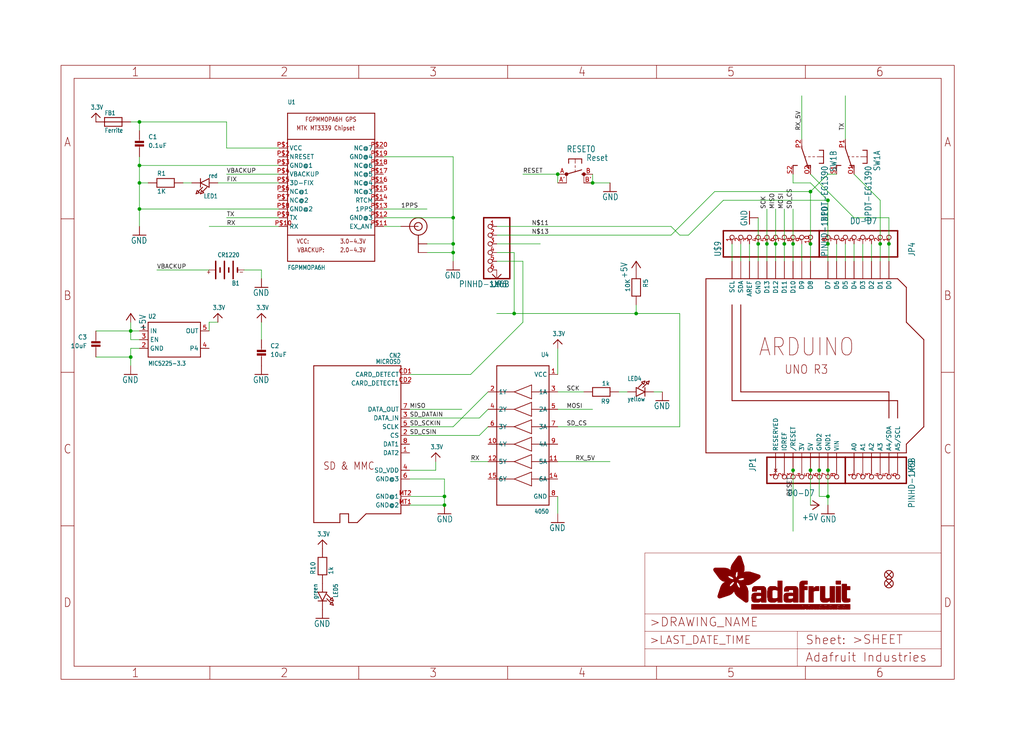
<source format=kicad_sch>
(kicad_sch (version 20211123) (generator eeschema)
  (paper "User" 298.45 217.881)
  (lib_symbols
    (symbol "schematicEagle-eagle-import:+5V" (power)
      (property "Value" "+5V" (at -2.54 -5.08 90))
      (symbol "+5V_1_0"
        (pin power_in line (at 0 -2.54 90) (length 2.54) (name "+5V") (number "1"))
      )
    )
    (symbol "schematicEagle-eagle-import:3.3V" (power)
      (property "Value" "3.3V" (at -1.524 3.556 0))
      (symbol "3.3V_1_0"
        (pin power_in line (at 0 0 90) (length 2.54) (name "3.3V") (number "1"))
      )
    )
    (symbol "schematicEagle-eagle-import:74HC4050D"
      (property "Reference" "U" (at -7.62 22.86 0))
      (property "Value" "74HC4050D" (at -7.62 -22.86 0))
      (symbol "74HC4050D_1_0"
        (pin bidirectional line (at -10.16 17.78 0) (length 2.54) (name "VCC") (number "1"))
        (pin bidirectional line (at 10.16 -2.54 180) (length 2.54) (name "4Y") (number "10"))
        (pin bidirectional line (at -10.16 -7.62 0) (length 2.54) (name "5A") (number "11"))
        (pin bidirectional line (at 10.16 -7.62 180) (length 2.54) (name "5Y") (number "12"))
        (pin bidirectional line (at -10.16 -12.7 0) (length 2.54) (name "6A") (number "14"))
        (pin bidirectional line (at 10.16 -12.7 180) (length 2.54) (name "6Y") (number "15"))
        (pin bidirectional line (at 10.16 12.7 180) (length 2.54) (name "1Y") (number "2"))
        (pin bidirectional line (at -10.16 12.7 0) (length 2.54) (name "1A") (number "3"))
        (pin bidirectional line (at 10.16 7.62 180) (length 2.54) (name "2Y") (number "4"))
        (pin bidirectional line (at -10.16 7.62 0) (length 2.54) (name "2A") (number "5"))
        (pin bidirectional line (at 10.16 2.54 180) (length 2.54) (name "3Y") (number "6"))
        (pin bidirectional line (at -10.16 2.54 0) (length 2.54) (name "3A") (number "7"))
        (pin bidirectional line (at -10.16 -17.78 0) (length 2.54) (name "GND") (number "8"))
        (pin bidirectional line (at -10.16 -2.54 0) (length 2.54) (name "4A") (number "9"))
      )
    )
    (symbol "schematicEagle-eagle-import:ARDUINOR3-DIMENSION"
      (symbol "ARDUINOR3-DIMENSION_1_0"
        (text "ARDUINO" (at -17.78 2.54 0) (effects (font (size 5.08 4.318)) (justify left bottom)))
        (text "UNO R3" (at -10.16 -2.54 0) (effects (font (size 2.54 2.159)) (justify left bottom)))
        (pin power_in line (at -5.08 -30.48 90) (length 5.08) (name "3V") (number "3V"))
        (pin power_in line (at -2.54 -30.48 90) (length 5.08) (name "5V") (number "5V"))
        (pin bidirectional line (at 10.16 -30.48 90) (length 5.08) (name "A0") (number "A0"))
        (pin bidirectional line (at 12.7 -30.48 90) (length 5.08) (name "A1") (number "A1"))
        (pin bidirectional line (at 15.24 -30.48 90) (length 5.08) (name "A2") (number "A2"))
        (pin bidirectional line (at 17.78 -30.48 90) (length 5.08) (name "A3") (number "A3"))
        (pin bidirectional line (at 20.32 -30.48 90) (length 5.08) (name "A4/SDA") (number "A4"))
        (pin bidirectional line (at 22.86 -30.48 90) (length 5.08) (name "A5/SCL") (number "A5"))
        (pin bidirectional line (at -20.32 30.48 270) (length 5.08) (name "AREF") (number "AREF"))
        (pin bidirectional line (at 20.32 30.48 270) (length 5.08) (name "D0") (number "D0"))
        (pin bidirectional line (at 17.78 30.48 270) (length 5.08) (name "D1") (number "D1"))
        (pin bidirectional line (at -7.62 30.48 270) (length 5.08) (name "D10") (number "D10"))
        (pin bidirectional line (at -10.16 30.48 270) (length 5.08) (name "D11") (number "D11"))
        (pin bidirectional line (at -12.7 30.48 270) (length 5.08) (name "D12") (number "D12"))
        (pin bidirectional line (at -15.24 30.48 270) (length 5.08) (name "D13") (number "D13"))
        (pin bidirectional line (at 15.24 30.48 270) (length 5.08) (name "D2") (number "D2"))
        (pin bidirectional line (at 12.7 30.48 270) (length 5.08) (name "D3") (number "D3"))
        (pin bidirectional line (at 10.16 30.48 270) (length 5.08) (name "D4") (number "D4"))
        (pin bidirectional line (at 7.62 30.48 270) (length 5.08) (name "D5") (number "D5"))
        (pin bidirectional line (at 5.08 30.48 270) (length 5.08) (name "D6") (number "D6"))
        (pin bidirectional line (at 2.54 30.48 270) (length 5.08) (name "D7") (number "D7"))
        (pin bidirectional line (at -2.54 30.48 270) (length 5.08) (name "D8") (number "D8"))
        (pin bidirectional line (at -5.08 30.48 270) (length 5.08) (name "D9") (number "D9"))
        (pin power_in line (at -17.78 30.48 270) (length 5.08) (name "GND") (number "GND"))
        (pin power_in line (at 2.54 -30.48 90) (length 5.08) (name "GND1") (number "GND1"))
        (pin power_in line (at 0 -30.48 90) (length 5.08) (name "GND2") (number "GND2"))
        (pin output line (at -10.16 -30.48 90) (length 5.08) (name "IOREF") (number "IOREF"))
        (pin no_connect line (at -12.7 -30.48 90) (length 5.08) (name "RESERVED") (number "RESERVED"))
        (pin bidirectional line (at -7.62 -30.48 90) (length 5.08) (name "/RESET") (number "RESET"))
        (pin bidirectional line (at -25.4 30.48 270) (length 5.08) (name "SCL") (number "SCL"))
        (pin bidirectional line (at -22.86 30.48 270) (length 5.08) (name "SDA") (number "SDA"))
        (pin power_in line (at 5.08 -30.48 90) (length 5.08) (name "VIN") (number "VIN"))
      )
    )
    (symbol "schematicEagle-eagle-import:BATTERYCR1220_SMT"
      (property "Reference" "B" (at -3.81 3.175 0))
      (property "Value" "BATTERYCR1220_SMT" (at -3.81 -5.08 0))
      (symbol "BATTERYCR1220_SMT_1_0"
        (text "+" (at 4.445 1.27 0) (effects (font (size 1.27 1.0795)) (justify left bottom)))
        (text "-" (at -5.08 1.27 0) (effects (font (size 1.27 1.0795)) (justify left bottom)))
        (pin passive line (at 5.08 0 180) (length 0) (name "+") (number "+$1"))
        (pin passive line (at -5.08 0 0) (length 0) (name "-") (number "-"))
      )
    )
    (symbol "schematicEagle-eagle-import:CAP_CERAMIC0805"
      (property "Reference" "C" (at 2.54 2.54 0))
      (property "Value" "CAP_CERAMIC0805" (at 2.54 0 0))
      (symbol "CAP_CERAMIC0805_1_0"
        (pin passive line (at 0 5.08 270) (length 2.54) (name "P$1") (number "1"))
        (pin passive line (at 0 -2.54 90) (length 2.54) (name "P$2") (number "2"))
      )
    )
    (symbol "schematicEagle-eagle-import:DPDT-EG1390"
      (property "Reference" "SW" (at -8.255 -1.905 90))
      (property "Value" "DPDT-EG1390" (at -5.715 2.54 90))
      (symbol "DPDT-EG1390_1_0"
        (pin passive line (at -2.54 5.08 270) (length 2.54) (name "O") (number "O1"))
        (pin passive line (at 0 -5.08 90) (length 2.54) (name "P") (number "P1"))
        (pin passive line (at 2.54 5.08 270) (length 2.54) (name "S") (number "S1"))
      )
      (symbol "DPDT-EG1390_2_0"
        (pin passive line (at -2.54 5.08 270) (length 2.54) (name "O") (number "O2"))
        (pin passive line (at 0 -5.08 90) (length 2.54) (name "P") (number "P2"))
        (pin passive line (at 2.54 5.08 270) (length 2.54) (name "S") (number "S2"))
      )
    )
    (symbol "schematicEagle-eagle-import:FERRITE0805"
      (property "Reference" "FB" (at -2.54 1.905 0))
      (property "Value" "FERRITE0805" (at -2.54 -3.175 0))
      (symbol "FERRITE0805_1_0"
        (pin bidirectional line (at -5.08 0 0) (length 2.54) (name "P$1") (number "1"))
        (pin bidirectional line (at 5.08 0 180) (length 2.54) (name "P$2") (number "2"))
      )
    )
    (symbol "schematicEagle-eagle-import:FIDUCIAL{dblquote}{dblquote}")
    (symbol "schematicEagle-eagle-import:FRAME_A4_ADAFRUIT"
      (symbol "FRAME_A4_ADAFRUIT_0_0"
        (text "1" (at 21.6958 1.905 0) (effects (font (size 2.54 2.286))))
        (text "1" (at 21.6958 177.165 0) (effects (font (size 2.54 2.286))))
        (text "2" (at 65.0875 1.905 0) (effects (font (size 2.54 2.286))))
        (text "2" (at 65.0875 177.165 0) (effects (font (size 2.54 2.286))))
        (text "3" (at 108.4792 1.905 0) (effects (font (size 2.54 2.286))))
        (text "3" (at 108.4792 177.165 0) (effects (font (size 2.54 2.286))))
        (text "4" (at 151.8708 1.905 0) (effects (font (size 2.54 2.286))))
        (text "4" (at 151.8708 177.165 0) (effects (font (size 2.54 2.286))))
        (text "5" (at 195.2625 1.905 0) (effects (font (size 2.54 2.286))))
        (text "5" (at 195.2625 177.165 0) (effects (font (size 2.54 2.286))))
        (text "6" (at 238.6542 1.905 0) (effects (font (size 2.54 2.286))))
        (text "6" (at 238.6542 177.165 0) (effects (font (size 2.54 2.286))))
        (text "A" (at 1.905 156.6863 0) (effects (font (size 2.54 2.286))))
        (text "A" (at 258.445 156.6863 0) (effects (font (size 2.54 2.286))))
        (text "B" (at 1.905 111.9188 0) (effects (font (size 2.54 2.286))))
        (text "B" (at 258.445 111.9188 0) (effects (font (size 2.54 2.286))))
        (text "C" (at 1.905 67.1513 0) (effects (font (size 2.54 2.286))))
        (text "C" (at 258.445 67.1513 0) (effects (font (size 2.54 2.286))))
        (text "D" (at 1.905 22.3838 0) (effects (font (size 2.54 2.286))))
        (text "D" (at 258.445 22.3838 0) (effects (font (size 2.54 2.286))))
      )
      (symbol "FRAME_A4_ADAFRUIT_1_0"
        (text ">DRAWING_NAME" (at 171.45 15.24 0) (effects (font (size 2.54 2.54)) (justify left bottom)))
        (text ">LAST_DATE_TIME" (at 171.45 10.16 0) (effects (font (size 2.286 2.286)) (justify left bottom)))
        (text ">SHEET" (at 230.505 10.16 0) (effects (font (size 2.54 2.54)) (justify left bottom)))
        (text "Adafruit Industries" (at 216.916 4.953 0) (effects (font (size 2.54 2.54)) (justify left bottom)))
        (text "Sheet:" (at 216.916 10.033 0) (effects (font (size 2.54 2.54)) (justify left bottom)))
      )
    )
    (symbol "schematicEagle-eagle-import:GND" (power)
      (property "Value" "GND" (at -2.54 -2.54 0))
      (symbol "GND_1_0"
        (pin power_in line (at 0 2.54 270) (length 2.54) (name "GND") (number "1"))
      )
    )
    (symbol "schematicEagle-eagle-import:GPS_FGPMMOPA6H"
      (property "Reference" "U" (at -12.7 22.86 0))
      (property "Value" "GPS_FGPMMOPA6H" (at -12.7 -25.4 0))
      (symbol "GPS_FGPMMOPA6H_1_0"
        (text "2.0-4.3V" (at 2.54 -20.32 0) (effects (font (size 1.27 1.0795)) (justify left bottom)))
        (text "3.0-4.3V" (at 2.54 -17.78 0) (effects (font (size 1.27 1.0795)) (justify left bottom)))
        (text "FGPMMOPA6H GPS" (at -7.62 17.78 0) (effects (font (size 1.27 1.0795)) (justify left bottom)))
        (text "MTK MT3339 Chipset" (at -10.16 15.24 0) (effects (font (size 1.27 1.0795)) (justify left bottom)))
        (text "VBACKUP:" (at -9.906 -20.32 0) (effects (font (size 1.27 1.0795)) (justify left bottom)))
        (text "VCC:" (at -10.16 -17.78 0) (effects (font (size 1.27 1.0795)) (justify left bottom)))
        (pin bidirectional line (at -15.24 10.16 0) (length 2.54) (name "VCC") (number "P$1"))
        (pin bidirectional line (at -15.24 -12.7 0) (length 2.54) (name "RX") (number "P$10"))
        (pin bidirectional line (at 15.24 -12.7 180) (length 2.54) (name "EX_ANT") (number "P$11"))
        (pin bidirectional line (at 15.24 -10.16 180) (length 2.54) (name "GND@3") (number "P$12"))
        (pin bidirectional line (at 15.24 -7.62 180) (length 2.54) (name "1PPS") (number "P$13"))
        (pin bidirectional line (at 15.24 -5.08 180) (length 2.54) (name "RTCM") (number "P$14"))
        (pin bidirectional line (at 15.24 -2.54 180) (length 2.54) (name "NC@3") (number "P$15"))
        (pin bidirectional line (at 15.24 0 180) (length 2.54) (name "NC@4") (number "P$16"))
        (pin bidirectional line (at 15.24 2.54 180) (length 2.54) (name "NC@5") (number "P$17"))
        (pin bidirectional line (at 15.24 5.08 180) (length 2.54) (name "NC@6") (number "P$18"))
        (pin bidirectional line (at 15.24 7.62 180) (length 2.54) (name "GND@4") (number "P$19"))
        (pin bidirectional line (at -15.24 7.62 0) (length 2.54) (name "NRESET") (number "P$2"))
        (pin bidirectional line (at 15.24 10.16 180) (length 2.54) (name "NC@7") (number "P$20"))
        (pin bidirectional line (at -15.24 5.08 0) (length 2.54) (name "GND@1") (number "P$3"))
        (pin bidirectional line (at -15.24 2.54 0) (length 2.54) (name "VBACKUP") (number "P$4"))
        (pin bidirectional line (at -15.24 0 0) (length 2.54) (name "3D-FIX") (number "P$5"))
        (pin bidirectional line (at -15.24 -2.54 0) (length 2.54) (name "NC@1") (number "P$6"))
        (pin bidirectional line (at -15.24 -5.08 0) (length 2.54) (name "NC@2") (number "P$7"))
        (pin bidirectional line (at -15.24 -7.62 0) (length 2.54) (name "GND@2") (number "P$8"))
        (pin bidirectional line (at -15.24 -10.16 0) (length 2.54) (name "TX") (number "P$9"))
      )
    )
    (symbol "schematicEagle-eagle-import:LED0805"
      (property "Reference" "LED" (at -5.08 3.175 0))
      (property "Value" "LED0805" (at -5.08 -2.794 0))
      (symbol "LED0805_1_0"
        (pin passive line (at -5.08 0 0) (length 2.54) (name "A") (number "A"))
        (pin passive line (at 2.54 0 180) (length 2.54) (name "C") (number "C"))
      )
    )
    (symbol "schematicEagle-eagle-import:MICROSD"
      (property "Reference" "CN" (at -12.7 22.606 0))
      (property "Value" "MICROSD" (at -12.7 20.828 0))
      (symbol "MICROSD_1_0"
        (text "SD & MMC" (at -5.08 -10.16 0) (effects (font (size 2.1844 1.8567)) (justify left bottom)))
        (pin bidirectional line (at -15.24 -5.08 0) (length 2.54) (name "DAT2") (number "1"))
        (pin input line (at -15.24 0 0) (length 2.54) (name "CS") (number "2"))
        (pin input line (at -15.24 5.08 0) (length 2.54) (name "DATA_IN") (number "3"))
        (pin power_in line (at -15.24 -10.16 0) (length 2.54) (name "SD_VDD") (number "4"))
        (pin input line (at -15.24 2.54 0) (length 2.54) (name "SCLK") (number "5"))
        (pin power_in line (at -15.24 -12.7 0) (length 2.54) (name "GND@3") (number "6"))
        (pin output line (at -15.24 7.62 0) (length 2.54) (name "DATA_OUT") (number "7"))
        (pin bidirectional line (at -15.24 -2.54 0) (length 2.54) (name "DAT1") (number "8"))
        (pin passive line (at -15.24 17.78 0) (length 2.54) (name "CARD_DETECT") (number "CD1"))
        (pin passive line (at -15.24 15.24 0) (length 2.54) (name "CARD_DETECT1") (number "CD2"))
        (pin power_in line (at -15.24 -20.32 0) (length 2.54) (name "GND@2") (number "MT1"))
        (pin power_in line (at -15.24 -17.78 0) (length 2.54) (name "GND@1") (number "MT2"))
      )
    )
    (symbol "schematicEagle-eagle-import:PINHD-1X10"
      (property "Value" "PINHD-1X10" (at -6.35 -17.78 0))
      (symbol "PINHD-1X10_1_0"
        (pin passive inverted (at -2.54 10.16 0) (length 2.54) (name "1") (number "1"))
        (pin passive inverted (at -2.54 -12.7 0) (length 2.54) (name "10") (number "10"))
        (pin passive inverted (at -2.54 7.62 0) (length 2.54) (name "2") (number "2"))
        (pin passive inverted (at -2.54 5.08 0) (length 2.54) (name "3") (number "3"))
        (pin passive inverted (at -2.54 2.54 0) (length 2.54) (name "4") (number "4"))
        (pin passive inverted (at -2.54 0 0) (length 2.54) (name "5") (number "5"))
        (pin passive inverted (at -2.54 -2.54 0) (length 2.54) (name "6") (number "6"))
        (pin passive inverted (at -2.54 -5.08 0) (length 2.54) (name "7") (number "7"))
        (pin passive inverted (at -2.54 -7.62 0) (length 2.54) (name "8") (number "8"))
        (pin passive inverted (at -2.54 -10.16 0) (length 2.54) (name "9") (number "9"))
      )
    )
    (symbol "schematicEagle-eagle-import:PINHD-1X6B"
      (property "Reference" "JP" (at -6.35 10.795 0))
      (property "Value" "PINHD-1X6B" (at -6.35 -10.16 0))
      (symbol "PINHD-1X6B_1_0"
        (pin passive inverted (at -2.54 7.62 0) (length 2.54) (name "1") (number "1"))
        (pin passive inverted (at -2.54 5.08 0) (length 2.54) (name "2") (number "2"))
        (pin passive inverted (at -2.54 2.54 0) (length 2.54) (name "3") (number "3"))
        (pin passive inverted (at -2.54 0 0) (length 2.54) (name "4") (number "4"))
        (pin passive inverted (at -2.54 -2.54 0) (length 2.54) (name "5") (number "5"))
        (pin passive inverted (at -2.54 -5.08 0) (length 2.54) (name "6") (number "6"))
      )
    )
    (symbol "schematicEagle-eagle-import:PINHD-1X8BIG"
      (property "Reference" "JP" (at -6.35 10.795 0))
      (property "Value" "PINHD-1X8BIG" (at -6.35 -15.24 0))
      (symbol "PINHD-1X8BIG_1_0"
        (pin passive inverted (at -2.54 7.62 0) (length 2.54) (name "1") (number "1"))
        (pin passive inverted (at -2.54 5.08 0) (length 2.54) (name "2") (number "2"))
        (pin passive inverted (at -2.54 2.54 0) (length 2.54) (name "3") (number "3"))
        (pin passive inverted (at -2.54 0 0) (length 2.54) (name "4") (number "4"))
        (pin passive inverted (at -2.54 -2.54 0) (length 2.54) (name "5") (number "5"))
        (pin passive inverted (at -2.54 -5.08 0) (length 2.54) (name "6") (number "6"))
        (pin passive inverted (at -2.54 -7.62 0) (length 2.54) (name "7") (number "7"))
        (pin passive inverted (at -2.54 -10.16 0) (length 2.54) (name "8") (number "8"))
      )
    )
    (symbol "schematicEagle-eagle-import:RESISTOR0805"
      (property "Reference" "R" (at -2.54 2.032 0))
      (property "Value" "RESISTOR0805" (at -2.54 -3.175 0))
      (symbol "RESISTOR0805_1_0"
        (pin passive line (at -5.08 0 0) (length 2.54) (name "1") (number "1"))
        (pin passive line (at 5.08 0 180) (length 2.54) (name "2") (number "2"))
      )
    )
    (symbol "schematicEagle-eagle-import:SPST_TACT-EVQQ2"
      (property "Reference" "SW" (at -6.35 -2.54 90))
      (property "Value" "SPST_TACT-EVQQ2" (at -3.81 3.175 90))
      (symbol "SPST_TACT-EVQQ2_1_0"
        (pin passive line (at 0 -5.08 90) (length 2.54) (name "P") (number "A"))
        (pin passive line (at 2.54 -5.08 90) (length 2.54) (name "P1") (number "A'"))
        (pin passive line (at 0 5.08 270) (length 2.54) (name "S") (number "B"))
        (pin passive line (at 2.54 5.08 270) (length 2.54) (name "S1") (number "B'"))
      )
    )
    (symbol "schematicEagle-eagle-import:U.FL"
      (symbol "U.FL_1_0"
        (pin bidirectional line (at -2.54 -5.08 0) (length 2.54) (name "GND@0") (number "P$1"))
        (pin bidirectional line (at -2.54 -7.62 0) (length 2.54) (name "GND@1") (number "P$2"))
        (pin bidirectional line (at 5.08 0 180) (length 5.08) (name "SIGNAL") (number "P$3"))
      )
    )
    (symbol "schematicEagle-eagle-import:VREG_SOT23-5"
      (property "Reference" "U" (at -7.62 6.096 0))
      (property "Value" "VREG_SOT23-5" (at -7.62 -7.62 0))
      (symbol "VREG_SOT23-5_1_0"
        (pin bidirectional line (at -10.16 2.54 0) (length 2.54) (name "IN") (number "1"))
        (pin bidirectional line (at -10.16 -2.54 0) (length 2.54) (name "GND") (number "2"))
        (pin bidirectional line (at -10.16 0 0) (length 2.54) (name "EN") (number "3"))
        (pin bidirectional line (at 10.16 -2.54 180) (length 2.54) (name "P4") (number "4"))
        (pin bidirectional line (at 10.16 2.54 180) (length 2.54) (name "OUT") (number "5"))
      )
    )
  )
  (junction (at 40.64 53.34))
  (junction (at 238.76 137.16))
  (junction (at 38.1 96.52))
  (junction (at 162.56 50.8))
  (junction (at 132.08 71.12))
  (junction (at 40.64 35.56))
  (junction (at 185.42 91.44))
  (junction (at 241.3 137.16))
  (junction (at 40.64 48.26))
  (junction (at 241.3 144.78))
  (junction (at 149.86 91.44))
  (junction (at 220.98 71.12))
  (junction (at 129.54 147.32))
  (junction (at 231.14 71.12))
  (junction (at 223.52 71.12))
  (junction (at 132.08 63.5))
  (junction (at 40.64 60.96))
  (junction (at 129.54 144.78))
  (junction (at 226.06 71.12))
  (junction (at 241.3 58.42))
  (junction (at 132.08 73.66))
  (junction (at 38.1 104.14))
  (junction (at 231.14 137.16))
  (junction (at 228.6 71.12))
  (junction (at 259.08 71.12))
  (junction (at 236.22 55.88))
  (junction (at 256.54 71.12))
  (junction (at 172.72 53.34))
  (junction (at 236.22 71.12))
  (junction (at 241.3 71.12))
  (junction (at 236.22 137.16))
  (wire (pts (xy 198.12 91.44) (xy 185.42 91.44)))
  (wire (pts (xy 220.98 71.12) (xy 220.98 63.5)))
  (wire (pts (xy 60.96 78.74) (xy 45.72 78.74)))
  (wire (pts (xy 111.76 45.72) (xy 132.08 45.72)))
  (wire (pts (xy 60.96 93.98) (xy 63.5 93.98)))
  (wire (pts (xy 124.46 71.12) (xy 132.08 71.12)))
  (wire (pts (xy 152.4 50.8) (xy 162.56 50.8)))
  (wire (pts (xy 132.08 73.66) (xy 132.08 76.2)))
  (wire (pts (xy 149.86 73.66) (xy 144.78 73.66)))
  (wire (pts (xy 119.38 147.32) (xy 129.54 147.32)))
  (wire (pts (xy 162.56 149.86) (xy 162.56 144.78)))
  (wire (pts (xy 149.86 73.66) (xy 149.86 91.44)))
  (wire (pts (xy 210.82 58.42) (xy 241.3 58.42)))
  (wire (pts (xy 38.1 96.52) (xy 38.1 93.98)))
  (wire (pts (xy 185.42 91.44) (xy 149.86 91.44)))
  (wire (pts (xy 129.54 147.32) (xy 129.54 144.78)))
  (wire (pts (xy 233.68 40.64) (xy 233.68 27.94)))
  (wire (pts (xy 132.08 124.46) (xy 119.38 124.46)))
  (wire (pts (xy 231.14 71.12) (xy 231.14 76.2)))
  (wire (pts (xy 40.64 96.52) (xy 38.1 96.52)))
  (wire (pts (xy 195.58 68.58) (xy 208.28 55.88)))
  (wire (pts (xy 111.76 63.5) (xy 132.08 63.5)))
  (wire (pts (xy 256.54 58.42) (xy 256.54 71.12)))
  (wire (pts (xy 162.56 101.6) (xy 162.56 109.22)))
  (wire (pts (xy 236.22 55.88) (xy 236.22 71.12)))
  (wire (pts (xy 149.86 91.44) (xy 144.78 91.44)))
  (wire (pts (xy 241.3 71.12) (xy 241.3 76.2)))
  (wire (pts (xy 132.08 45.72) (xy 132.08 63.5)))
  (wire (pts (xy 226.06 71.12) (xy 226.06 76.2)))
  (wire (pts (xy 162.56 124.46) (xy 198.12 124.46)))
  (wire (pts (xy 195.58 66.04) (xy 198.12 68.58)))
  (wire (pts (xy 200.66 68.58) (xy 210.82 58.42)))
  (wire (pts (xy 256.54 71.12) (xy 256.54 76.2)))
  (wire (pts (xy 198.12 68.58) (xy 200.66 68.58)))
  (wire (pts (xy 38.1 96.52) (xy 27.94 96.52)))
  (wire (pts (xy 236.22 53.34) (xy 241.3 58.42)))
  (wire (pts (xy 223.52 71.12) (xy 223.52 60.96)))
  (wire (pts (xy 40.64 38.1) (xy 40.64 35.56)))
  (wire (pts (xy 127 134.62) (xy 127 137.16)))
  (wire (pts (xy 71.12 78.74) (xy 76.2 78.74)))
  (wire (pts (xy 40.64 101.6) (xy 38.1 101.6)))
  (wire (pts (xy 259.08 63.5) (xy 259.08 71.12)))
  (wire (pts (xy 246.38 71.12) (xy 246.38 76.2)))
  (wire (pts (xy 40.64 53.34) (xy 40.64 60.96)))
  (wire (pts (xy 139.7 121.92) (xy 142.24 119.38)))
  (wire (pts (xy 246.38 40.64) (xy 246.38 27.94)))
  (wire (pts (xy 215.9 71.12) (xy 215.9 76.2)))
  (wire (pts (xy 248.92 63.5) (xy 259.08 63.5)))
  (wire (pts (xy 119.38 127) (xy 139.7 127)))
  (wire (pts (xy 236.22 50.8) (xy 248.92 63.5)))
  (wire (pts (xy 142.24 134.62) (xy 137.16 134.62)))
  (wire (pts (xy 119.38 121.92) (xy 139.7 121.92)))
  (wire (pts (xy 132.08 124.46) (xy 142.24 114.3)))
  (wire (pts (xy 119.38 109.22) (xy 137.16 109.22)))
  (wire (pts (xy 66.04 43.18) (xy 66.04 35.56)))
  (wire (pts (xy 144.78 76.2) (xy 152.4 76.2)))
  (wire (pts (xy 241.3 144.78) (xy 241.3 137.16)))
  (wire (pts (xy 40.64 99.06) (xy 38.1 99.06)))
  (wire (pts (xy 162.56 114.3) (xy 170.18 114.3)))
  (wire (pts (xy 213.36 71.12) (xy 213.36 76.2)))
  (wire (pts (xy 81.28 50.8) (xy 66.04 50.8)))
  (wire (pts (xy 124.46 73.66) (xy 132.08 73.66)))
  (wire (pts (xy 40.64 45.72) (xy 40.64 48.26)))
  (wire (pts (xy 248.92 71.12) (xy 248.92 76.2)))
  (wire (pts (xy 236.22 147.32) (xy 236.22 137.16)))
  (wire (pts (xy 243.84 71.12) (xy 243.84 76.2)))
  (wire (pts (xy 81.28 63.5) (xy 66.04 63.5)))
  (wire (pts (xy 127 137.16) (xy 119.38 137.16)))
  (wire (pts (xy 195.58 68.58) (xy 144.78 68.58)))
  (wire (pts (xy 144.78 71.12) (xy 157.48 71.12)))
  (wire (pts (xy 119.38 139.7) (xy 129.54 139.7)))
  (wire (pts (xy 55.88 53.34) (xy 53.34 53.34)))
  (wire (pts (xy 241.3 58.42) (xy 241.3 71.12)))
  (wire (pts (xy 152.4 93.98) (xy 152.4 76.2)))
  (wire (pts (xy 81.28 53.34) (xy 63.5 53.34)))
  (wire (pts (xy 81.28 48.26) (xy 40.64 48.26)))
  (wire (pts (xy 38.1 96.52) (xy 38.1 99.06)))
  (wire (pts (xy 254 71.12) (xy 254 76.2)))
  (wire (pts (xy 81.28 66.04) (xy 60.96 66.04)))
  (wire (pts (xy 172.72 50.8) (xy 172.72 53.34)))
  (wire (pts (xy 243.84 50.8) (xy 241.3 50.8)))
  (wire (pts (xy 43.18 53.34) (xy 40.64 53.34)))
  (wire (pts (xy 111.76 66.04) (xy 116.84 66.04)))
  (wire (pts (xy 238.76 144.78) (xy 241.3 144.78)))
  (wire (pts (xy 180.34 114.3) (xy 182.88 114.3)))
  (wire (pts (xy 236.22 71.12) (xy 236.22 76.2)))
  (wire (pts (xy 223.52 71.12) (xy 223.52 76.2)))
  (wire (pts (xy 231.14 71.12) (xy 231.14 60.96)))
  (wire (pts (xy 231.14 50.8) (xy 231.14 53.34)))
  (wire (pts (xy 259.08 71.12) (xy 259.08 76.2)))
  (wire (pts (xy 248.92 50.8) (xy 256.54 58.42)))
  (wire (pts (xy 40.64 35.56) (xy 66.04 35.56)))
  (wire (pts (xy 162.56 134.62) (xy 177.8 134.62)))
  (wire (pts (xy 226.06 60.96) (xy 226.06 71.12)))
  (wire (pts (xy 220.98 71.12) (xy 220.98 76.2)))
  (wire (pts (xy 38.1 104.14) (xy 38.1 106.68)))
  (wire (pts (xy 81.28 43.18) (xy 66.04 43.18)))
  (wire (pts (xy 228.6 60.96) (xy 228.6 71.12)))
  (wire (pts (xy 241.3 50.8) (xy 236.22 55.88)))
  (wire (pts (xy 111.76 60.96) (xy 124.46 60.96)))
  (wire (pts (xy 27.94 104.14) (xy 38.1 104.14)))
  (wire (pts (xy 132.08 63.5) (xy 132.08 71.12)))
  (wire (pts (xy 76.2 93.98) (xy 76.2 99.06)))
  (wire (pts (xy 198.12 124.46) (xy 198.12 91.44)))
  (wire (pts (xy 251.46 71.12) (xy 251.46 76.2)))
  (wire (pts (xy 190.5 114.3) (xy 193.04 114.3)))
  (wire (pts (xy 76.2 78.74) (xy 76.2 81.28)))
  (wire (pts (xy 241.3 144.78) (xy 241.3 147.32)))
  (wire (pts (xy 60.96 96.52) (xy 60.96 93.98)))
  (wire (pts (xy 129.54 144.78) (xy 119.38 144.78)))
  (wire (pts (xy 162.56 53.34) (xy 162.56 50.8)))
  (wire (pts (xy 218.44 71.12) (xy 218.44 76.2)))
  (wire (pts (xy 208.28 55.88) (xy 236.22 55.88)))
  (wire (pts (xy 238.76 144.78) (xy 238.76 137.16)))
  (wire (pts (xy 137.16 109.22) (xy 152.4 93.98)))
  (wire (pts (xy 40.64 60.96) (xy 40.64 66.04)))
  (wire (pts (xy 81.28 60.96) (xy 40.64 60.96)))
  (wire (pts (xy 119.38 119.38) (xy 134.62 119.38)))
  (wire (pts (xy 231.14 137.16) (xy 231.14 154.94)))
  (wire (pts (xy 129.54 139.7) (xy 129.54 144.78)))
  (wire (pts (xy 139.7 127) (xy 142.24 124.46)))
  (wire (pts (xy 162.56 119.38) (xy 172.72 119.38)))
  (wire (pts (xy 144.78 66.04) (xy 195.58 66.04)))
  (wire (pts (xy 231.14 53.34) (xy 236.22 53.34)))
  (wire (pts (xy 40.64 35.56) (xy 38.1 35.56)))
  (wire (pts (xy 40.64 48.26) (xy 40.64 53.34)))
  (wire (pts (xy 132.08 71.12) (xy 132.08 73.66)))
  (wire (pts (xy 185.42 88.9) (xy 185.42 91.44)))
  (wire (pts (xy 233.68 71.12) (xy 233.68 76.2)))
  (wire (pts (xy 38.1 101.6) (xy 38.1 104.14)))
  (wire (pts (xy 172.72 53.34) (xy 177.8 53.34)))
  (wire (pts (xy 228.6 71.12) (xy 228.6 76.2)))
  (label "RX" (at 66.04 66.04 0) (effects (font (size 1.2446 1.2446))))
  (label "N$11" (at 154.94 66.04 0) (effects (font (size 1.2446 1.2446))))
  (label "RX_5V" (at 233.68 38.1 90) (effects (font (size 1.2446 1.2446))))
  (label "MISO" (at 119.38 119.38 0) (effects (font (size 1.2446 1.2446))))
  (label "MOSI" (at 228.6 60.96 90) (effects (font (size 1.2446 1.2446))))
  (label "SCK" (at 223.52 60.96 90) (effects (font (size 1.2446 1.2446))))
  (label "VBACKUP" (at 45.72 78.74 0) (effects (font (size 1.2446 1.2446))))
  (label "SD_CS" (at 165.1 124.46 0) (effects (font (size 1.2446 1.2446))))
  (label "N$13" (at 154.94 68.58 0) (effects (font (size 1.2446 1.2446))))
  (label "SD_CS" (at 231.14 60.96 90) (effects (font (size 1.2446 1.2446))))
  (label "TX" (at 246.38 38.1 90) (effects (font (size 1.2446 1.2446))))
  (label "MOSI" (at 165.1 119.38 0) (effects (font (size 1.2446 1.2446))))
  (label "SD_DATAIN" (at 119.38 121.92 0) (effects (font (size 1.2446 1.2446))))
  (label "1PPS" (at 116.84 60.96 0) (effects (font (size 1.2446 1.2446))))
  (label "SCK" (at 165.1 114.3 0) (effects (font (size 1.2446 1.2446))))
  (label "RESET" (at 152.4 50.8 0) (effects (font (size 1.2446 1.2446))))
  (label "RESET" (at 231.14 144.78 90) (effects (font (size 1.2446 1.2446))))
  (label "SD_CSIN" (at 119.38 127 0) (effects (font (size 1.2446 1.2446))))
  (label "MISO" (at 226.06 60.96 90) (effects (font (size 1.2446 1.2446))))
  (label "RX_5V" (at 167.64 134.62 0) (effects (font (size 1.2446 1.2446))))
  (label "SD_SCKIN" (at 119.38 124.46 0) (effects (font (size 1.2446 1.2446))))
  (label "VBACKUP" (at 66.04 50.8 0) (effects (font (size 1.2446 1.2446))))
  (label "FIX" (at 66.04 53.34 0) (effects (font (size 1.2446 1.2446))))
  (label "RX" (at 137.16 134.62 0) (effects (font (size 1.2446 1.2446))))
  (label "TX" (at 66.04 63.5 0) (effects (font (size 1.2446 1.2446))))
  (symbol (lib_id "schematicEagle-eagle-import:PINHD-1X10") (at 223.52 68.58 90) (unit 1)
    (property "Reference" "U$9" (at 210.185 74.93 0) (effects (font (size 1.778 1.5113)) (justify left bottom)))
    (property "Value" "PINHD-1X10" (at 241.3 74.93 0) (effects (font (size 1.778 1.5113)) (justify left bottom)))
    (property "Footprint" "schematicEagle:1X10-BIG" (effects hide))
  )
  (symbol (lib_id "schematicEagle-eagle-import:3.3V") (at 27.94 35.56 0) (unit 1)
    (property "Reference" "#U$4" (effects hide))
    (property "Value" "3.3V" (at 26.416 32.004 0) (effects (font (size 1.27 1.0795)) (justify left bottom)))
    (property "Footprint" "schematicEagle:" (effects hide))
  )
  (symbol (lib_id "schematicEagle-eagle-import:FERRITE0805") (at 33.02 35.56 0) (unit 1)
    (property "Reference" "FB1" (at 30.48 33.655 0) (effects (font (size 1.27 1.0795)) (justify left bottom)))
    (property "Value" "Ferrite" (at 30.48 38.735 0) (effects (font (size 1.27 1.0795)) (justify left bottom)))
    (property "Footprint" "schematicEagle:0805@1" (effects hide))
  )
  (symbol (lib_id "schematicEagle-eagle-import:3.3V") (at 144.78 78.74 180) (unit 1)
    (property "Reference" "#U$7" (effects hide))
    (property "Value" "3.3V" (at 146.304 82.296 0) (effects (font (size 1.27 1.0795)) (justify left bottom)))
    (property "Footprint" "schematicEagle:" (effects hide))
  )
  (symbol (lib_id "schematicEagle-eagle-import:GND") (at 193.04 116.84 0) (unit 1)
    (property "Reference" "#GND11" (effects hide))
    (property "Value" "GND" (at 190.5 119.38 0) (effects (font (size 1.778 1.5113)) (justify left bottom)))
    (property "Footprint" "schematicEagle:" (effects hide))
  )
  (symbol (lib_id "schematicEagle-eagle-import:DPDT-EG1390") (at 246.38 45.72 180) (unit 1)
    (property "Reference" "SW1" (at 254.635 43.815 90) (effects (font (size 1.778 1.5113)) (justify left bottom)))
    (property "Value" "DPDT-EG1390" (at 252.095 48.26 90) (effects (font (size 1.778 1.5113)) (justify left bottom)))
    (property "Footprint" "schematicEagle:EG1390" (effects hide))
  )
  (symbol (lib_id "schematicEagle-eagle-import:+5V") (at 185.42 76.2 0) (unit 1)
    (property "Reference" "#P+10" (effects hide))
    (property "Value" "+5V" (at 182.88 81.28 90) (effects (font (size 1.778 1.5113)) (justify left bottom)))
    (property "Footprint" "schematicEagle:" (effects hide))
  )
  (symbol (lib_id "schematicEagle-eagle-import:PINHD-1X8BIG") (at 233.68 139.7 90) (mirror x) (unit 1)
    (property "Reference" "JP1" (at 220.345 133.35 0) (effects (font (size 1.778 1.5113)) (justify left bottom)))
    (property "Value" "D0-D7" (at 237.49 144.78 90) (effects (font (size 1.778 1.5113)) (justify left bottom)))
    (property "Footprint" "schematicEagle:1X08-BIG" (effects hide))
  )
  (symbol (lib_id "schematicEagle-eagle-import:BATTERYCR1220_SMT") (at 66.04 78.74 180) (unit 1)
    (property "Reference" "B1" (at 69.85 81.915 0) (effects (font (size 1.27 1.0795)) (justify left bottom)))
    (property "Value" "CR1220" (at 69.85 73.66 0) (effects (font (size 1.27 1.0795)) (justify left bottom)))
    (property "Footprint" "schematicEagle:CR1220" (effects hide))
  )
  (symbol (lib_id "schematicEagle-eagle-import:GND") (at 241.3 149.86 0) (mirror y) (unit 1)
    (property "Reference" "#GND1" (effects hide))
    (property "Value" "GND" (at 243.84 152.4 0) (effects (font (size 1.778 1.5113)) (justify left bottom)))
    (property "Footprint" "schematicEagle:" (effects hide))
  )
  (symbol (lib_id "schematicEagle-eagle-import:+5V") (at 238.76 147.32 270) (mirror x) (unit 1)
    (property "Reference" "#P+1" (effects hide))
    (property "Value" "+5V" (at 233.68 149.86 90) (effects (font (size 1.778 1.5113)) (justify left bottom)))
    (property "Footprint" "schematicEagle:" (effects hide))
  )
  (symbol (lib_id "schematicEagle-eagle-import:3.3V") (at 127 134.62 0) (unit 1)
    (property "Reference" "#U$11" (effects hide))
    (property "Value" "3.3V" (at 125.476 131.064 0) (effects (font (size 1.27 1.0795)) (justify left bottom)))
    (property "Footprint" "schematicEagle:" (effects hide))
  )
  (symbol (lib_id "schematicEagle-eagle-import:PINHD-1X6B") (at 142.24 73.66 0) (mirror y) (unit 1)
    (property "Reference" "JP6" (at 143.51 81.915 0) (effects (font (size 1.778 1.5113)) (justify right top)))
    (property "Value" "PINHD-1X6B" (at 148.59 83.82 0) (effects (font (size 1.778 1.5113)) (justify left bottom)))
    (property "Footprint" "schematicEagle:1X06-BIG" (effects hide))
  )
  (symbol (lib_id "schematicEagle-eagle-import:FIDUCIAL{dblquote}{dblquote}") (at 259.08 167.64 0) (unit 1)
    (property "Reference" "FID2" (effects hide))
    (property "Value" "FIDUCIAL{dblquote}{dblquote}" (effects hide))
    (property "Footprint" "schematicEagle:FIDUCIAL_1MM" (effects hide))
  )
  (symbol (lib_id "schematicEagle-eagle-import:GND") (at 218.44 63.5 270) (mirror x) (unit 1)
    (property "Reference" "#GND7" (effects hide))
    (property "Value" "GND" (at 215.9 66.04 0) (effects (font (size 1.778 1.5113)) (justify left bottom)))
    (property "Footprint" "schematicEagle:" (effects hide))
  )
  (symbol (lib_id "schematicEagle-eagle-import:VREG_SOT23-5") (at 50.8 99.06 0) (unit 1)
    (property "Reference" "U2" (at 43.18 92.964 0) (effects (font (size 1.27 1.0795)) (justify left bottom)))
    (property "Value" "MIC5225-3.3" (at 43.18 106.68 0) (effects (font (size 1.27 1.0795)) (justify left bottom)))
    (property "Footprint" "schematicEagle:SOT23-5" (effects hide))
  )
  (symbol (lib_id "schematicEagle-eagle-import:+5V") (at 38.1 91.44 0) (mirror y) (unit 1)
    (property "Reference" "#P+2" (effects hide))
    (property "Value" "+5V" (at 40.64 96.52 90) (effects (font (size 1.778 1.5113)) (justify left bottom)))
    (property "Footprint" "schematicEagle:" (effects hide))
  )
  (symbol (lib_id "schematicEagle-eagle-import:GND") (at 38.1 109.22 0) (unit 1)
    (property "Reference" "#U$6" (effects hide))
    (property "Value" "GND" (at 35.56 111.76 0) (effects (font (size 1.778 1.5113)) (justify left bottom)))
    (property "Footprint" "schematicEagle:" (effects hide))
  )
  (symbol (lib_id "schematicEagle-eagle-import:DPDT-EG1390") (at 233.68 45.72 180) (unit 2)
    (property "Reference" "SW1" (at 241.935 43.815 90) (effects (font (size 1.778 1.5113)) (justify left bottom)))
    (property "Value" "DPDT-EG1390" (at 239.395 48.26 90) (effects (font (size 1.778 1.5113)) (justify left bottom)))
    (property "Footprint" "schematicEagle:EG1390" (effects hide))
  )
  (symbol (lib_id "schematicEagle-eagle-import:GND") (at 162.56 152.4 0) (unit 1)
    (property "Reference" "#GND9" (effects hide))
    (property "Value" "GND" (at 160.02 154.94 0) (effects (font (size 1.778 1.5113)) (justify left bottom)))
    (property "Footprint" "schematicEagle:" (effects hide))
  )
  (symbol (lib_id "schematicEagle-eagle-import:LED0805") (at 93.98 175.26 270) (unit 1)
    (property "Reference" "LED5" (at 97.155 170.18 0) (effects (font (size 1.27 1.0795)) (justify left bottom)))
    (property "Value" "green" (at 91.186 170.18 0) (effects (font (size 1.27 1.0795)) (justify left bottom)))
    (property "Footprint" "schematicEagle:CHIPLED_0805" (effects hide))
  )
  (symbol (lib_id "schematicEagle-eagle-import:LED0805") (at 58.42 53.34 180) (unit 1)
    (property "Reference" "LED1" (at 63.5 56.515 0) (effects (font (size 1.27 1.0795)) (justify left bottom)))
    (property "Value" "red" (at 63.5 50.546 0) (effects (font (size 1.27 1.0795)) (justify left bottom)))
    (property "Footprint" "schematicEagle:CHIPLED_0805" (effects hide))
  )
  (symbol (lib_id "schematicEagle-eagle-import:GND") (at 129.54 149.86 0) (mirror y) (unit 1)
    (property "Reference" "#GND12" (effects hide))
    (property "Value" "GND" (at 132.08 152.4 0) (effects (font (size 1.778 1.5113)) (justify left bottom)))
    (property "Footprint" "schematicEagle:" (effects hide))
  )
  (symbol (lib_id "schematicEagle-eagle-import:3.3V") (at 93.98 160.02 0) (unit 1)
    (property "Reference" "#U$12" (effects hide))
    (property "Value" "3.3V" (at 92.456 156.464 0) (effects (font (size 1.27 1.0795)) (justify left bottom)))
    (property "Footprint" "schematicEagle:" (effects hide))
  )
  (symbol (lib_id "schematicEagle-eagle-import:GND") (at 93.98 180.34 0) (unit 1)
    (property "Reference" "#GND4" (effects hide))
    (property "Value" "GND" (at 91.44 182.88 0) (effects (font (size 1.778 1.5113)) (justify left bottom)))
    (property "Footprint" "schematicEagle:" (effects hide))
  )
  (symbol (lib_id "schematicEagle-eagle-import:GND") (at 40.64 68.58 0) (unit 1)
    (property "Reference" "#U$2" (effects hide))
    (property "Value" "GND" (at 38.1 71.12 0) (effects (font (size 1.778 1.5113)) (justify left bottom)))
    (property "Footprint" "schematicEagle:" (effects hide))
  )
  (symbol (lib_id "schematicEagle-eagle-import:3.3V") (at 76.2 93.98 0) (unit 1)
    (property "Reference" "#U$3" (effects hide))
    (property "Value" "3.3V" (at 74.676 90.424 0) (effects (font (size 1.27 1.0795)) (justify left bottom)))
    (property "Footprint" "schematicEagle:" (effects hide))
  )
  (symbol (lib_id "schematicEagle-eagle-import:ARDUINOR3-DIMENSION") (at 238.76 106.68 0) (unit 1)
    (property "Reference" "U3" (effects hide))
    (property "Value" "ARDUINOR3-DIMENSION" (effects hide))
    (property "Footprint" "schematicEagle:ARDUINOR3" (effects hide))
  )
  (symbol (lib_id "schematicEagle-eagle-import:GND") (at 132.08 78.74 0) (unit 1)
    (property "Reference" "#U$19" (effects hide))
    (property "Value" "GND" (at 129.54 81.28 0) (effects (font (size 1.778 1.5113)) (justify left bottom)))
    (property "Footprint" "schematicEagle:" (effects hide))
  )
  (symbol (lib_id "schematicEagle-eagle-import:GPS_FGPMMOPA6H") (at 96.52 53.34 0) (unit 1)
    (property "Reference" "U1" (at 83.82 30.48 0) (effects (font (size 1.27 1.0795)) (justify left bottom)))
    (property "Value" "FGPMMOPA6H" (at 83.82 78.74 0) (effects (font (size 1.27 1.0795)) (justify left bottom)))
    (property "Footprint" "schematicEagle:FGPMMOPA6H" (effects hide))
  )
  (symbol (lib_id "schematicEagle-eagle-import:RESISTOR0805") (at 185.42 83.82 270) (unit 1)
    (property "Reference" "R5" (at 187.452 81.28 0) (effects (justify left bottom)))
    (property "Value" "10K" (at 182.245 81.28 0) (effects (justify left bottom)))
    (property "Footprint" "schematicEagle:0805" (effects hide))
  )
  (symbol (lib_id "schematicEagle-eagle-import:3.3V") (at 63.5 93.98 0) (unit 1)
    (property "Reference" "#U$8" (effects hide))
    (property "Value" "3.3V" (at 61.976 90.424 0) (effects (font (size 1.27 1.0795)) (justify left bottom)))
    (property "Footprint" "schematicEagle:" (effects hide))
  )
  (symbol (lib_id "schematicEagle-eagle-import:FRAME_A4_ADAFRUIT") (at 17.78 198.12 0) (unit 1)
    (property "Reference" "#U$1" (effects hide))
    (property "Value" "FRAME_A4_ADAFRUIT" (effects hide))
    (property "Footprint" "schematicEagle:" (effects hide))
  )
  (symbol (lib_id "schematicEagle-eagle-import:LED0805") (at 187.96 114.3 0) (unit 1)
    (property "Reference" "LED4" (at 182.88 111.125 0) (effects (font (size 1.27 1.0795)) (justify left bottom)))
    (property "Value" "yellow" (at 182.88 117.094 0) (effects (font (size 1.27 1.0795)) (justify left bottom)))
    (property "Footprint" "schematicEagle:CHIPLED_0805" (effects hide))
  )
  (symbol (lib_id "schematicEagle-eagle-import:FIDUCIAL{dblquote}{dblquote}") (at 259.08 170.18 0) (unit 1)
    (property "Reference" "FID1" (effects hide))
    (property "Value" "FIDUCIAL{dblquote}{dblquote}" (effects hide))
    (property "Footprint" "schematicEagle:FIDUCIAL_1MM" (effects hide))
  )
  (symbol (lib_id "schematicEagle-eagle-import:RESISTOR0805") (at 93.98 165.1 90) (unit 1)
    (property "Reference" "R10" (at 91.948 167.64 0) (effects (justify left bottom)))
    (property "Value" "1k" (at 97.155 167.64 0) (effects (justify left bottom)))
    (property "Footprint" "schematicEagle:0805" (effects hide))
  )
  (symbol (lib_id "schematicEagle-eagle-import:U.FL") (at 121.92 66.04 0) (mirror y) (unit 1)
    (property "Reference" "U$20" (effects hide))
    (property "Value" "U.FL" (effects hide))
    (property "Footprint" "schematicEagle:U.FL" (effects hide))
  )
  (symbol (lib_id "schematicEagle-eagle-import:PINHD-1X6B") (at 256.54 139.7 90) (mirror x) (unit 1)
    (property "Reference" "JP9" (at 264.795 138.43 0) (effects (font (size 1.778 1.5113)) (justify right top)))
    (property "Value" "PINHD-1X6B" (at 266.7 133.35 0) (effects (font (size 1.778 1.5113)) (justify left bottom)))
    (property "Footprint" "schematicEagle:1X06-BIG" (effects hide))
  )
  (symbol (lib_id "schematicEagle-eagle-import:RESISTOR0805") (at 48.26 53.34 0) (unit 1)
    (property "Reference" "R1" (at 45.72 51.308 0) (effects (justify left bottom)))
    (property "Value" "1K" (at 45.72 56.515 0) (effects (justify left bottom)))
    (property "Footprint" "schematicEagle:0805" (effects hide))
  )
  (symbol (lib_id "schematicEagle-eagle-import:GND") (at 177.8 55.88 0) (mirror y) (unit 1)
    (property "Reference" "#GND2" (effects hide))
    (property "Value" "GND" (at 180.34 58.42 0) (effects (font (size 1.778 1.5113)) (justify left bottom)))
    (property "Footprint" "schematicEagle:" (effects hide))
  )
  (symbol (lib_id "schematicEagle-eagle-import:GND") (at 76.2 109.22 0) (unit 1)
    (property "Reference" "#U$5" (effects hide))
    (property "Value" "GND" (at 73.66 111.76 0) (effects (font (size 1.778 1.5113)) (justify left bottom)))
    (property "Footprint" "schematicEagle:" (effects hide))
  )
  (symbol (lib_id "schematicEagle-eagle-import:3.3V") (at 162.56 101.6 0) (unit 1)
    (property "Reference" "#U$10" (effects hide))
    (property "Value" "3.3V" (at 161.036 98.044 0) (effects (font (size 1.27 1.0795)) (justify left bottom)))
    (property "Footprint" "schematicEagle:" (effects hide))
  )
  (symbol (lib_id "schematicEagle-eagle-import:CAP_CERAMIC0805") (at 40.64 43.18 0) (unit 1)
    (property "Reference" "C1" (at 43.18 40.64 0) (effects (justify left bottom)))
    (property "Value" "0.1uF" (at 43.18 43.18 0) (effects (justify left bottom)))
    (property "Footprint" "schematicEagle:0805@1" (effects hide))
  )
  (symbol (lib_id "schematicEagle-eagle-import:CAP_CERAMIC0805") (at 27.94 101.6 0) (mirror y) (unit 1)
    (property "Reference" "C3" (at 25.4 99.06 0) (effects (justify left bottom)))
    (property "Value" "10uF" (at 25.4 101.6 0) (effects (justify left bottom)))
    (property "Footprint" "schematicEagle:0805@1" (effects hide))
  )
  (symbol (lib_id "schematicEagle-eagle-import:74HC4050D") (at 152.4 127 0) (mirror y) (unit 1)
    (property "Reference" "U4" (at 160.02 104.14 0) (effects (font (size 1.27 1.0795)) (justify left bottom)))
    (property "Value" "4050" (at 160.02 149.86 0) (effects (font (size 1.27 1.0795)) (justify left bottom)))
    (property "Footprint" "schematicEagle:SOIC16" (effects hide))
  )
  (symbol (lib_id "schematicEagle-eagle-import:SPST_TACT-EVQQ2") (at 167.64 50.8 270) (unit 1)
    (property "Reference" "RESET0" (at 165.1 44.45 90) (effects (font (size 1.778 1.5113)) (justify left bottom)))
    (property "Value" "Reset" (at 170.815 46.99 90) (effects (font (size 1.778 1.5113)) (justify left bottom)))
    (property "Footprint" "schematicEagle:EVQ-Q2" (effects hide))
  )
  (symbol (lib_id "schematicEagle-eagle-import:MICROSD") (at 104.14 127 0) (mirror y) (unit 1)
    (property "Reference" "CN2" (at 116.84 104.394 0) (effects (font (size 1.27 1.0795)) (justify left bottom)))
    (property "Value" "MICROSD" (at 116.84 106.172 0) (effects (font (size 1.27 1.0795)) (justify left bottom)))
    (property "Footprint" "schematicEagle:MICROSD" (effects hide))
  )
  (symbol (lib_id "schematicEagle-eagle-import:PINHD-1X8BIG") (at 251.46 68.58 270) (mirror x) (unit 1)
    (property "Reference" "JP4" (at 264.795 74.93 0) (effects (font (size 1.778 1.5113)) (justify left bottom)))
    (property "Value" "D0-D7" (at 247.65 63.5 90) (effects (font (size 1.778 1.5113)) (justify left bottom)))
    (property "Footprint" "schematicEagle:1X08-BIG" (effects hide))
  )
  (symbol (lib_id "schematicEagle-eagle-import:RESISTOR0805") (at 175.26 114.3 180) (unit 1)
    (property "Reference" "R9" (at 177.8 116.332 0) (effects (justify left bottom)))
    (property "Value" "1k" (at 177.8 111.125 0) (effects (justify left bottom)))
    (property "Footprint" "schematicEagle:0805" (effects hide))
  )
  (symbol (lib_id "schematicEagle-eagle-import:CAP_CERAMIC0805") (at 76.2 104.14 0) (unit 1)
    (property "Reference" "C2" (at 78.74 101.6 0) (effects (justify left bottom)))
    (property "Value" "10uF" (at 78.74 104.14 0) (effects (justify left bottom)))
    (property "Footprint" "schematicEagle:0805@1" (effects hide))
  )
  (symbol (lib_id "schematicEagle-eagle-import:GND") (at 76.2 83.82 0) (unit 1)
    (property "Reference" "#U$14" (effects hide))
    (property "Value" "GND" (at 73.66 86.36 0) (effects (font (size 1.778 1.5113)) (justify left bottom)))
    (property "Footprint" "schematicEagle:" (effects hide))
  )
)
</source>
